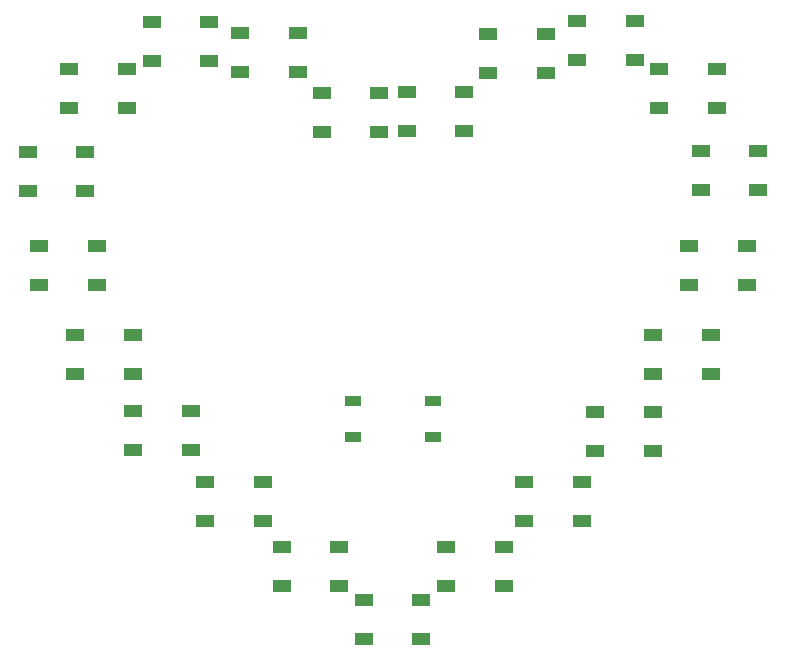
<source format=gbr>
%TF.GenerationSoftware,KiCad,Pcbnew,9.0.5*%
%TF.CreationDate,2025-11-15T18:52:14+05:30*%
%TF.ProjectId,HeartPCB_KiCad,48656172-7450-4434-925f-4b694361642e,rev?*%
%TF.SameCoordinates,Original*%
%TF.FileFunction,Paste,Top*%
%TF.FilePolarity,Positive*%
%FSLAX46Y46*%
G04 Gerber Fmt 4.6, Leading zero omitted, Abs format (unit mm)*
G04 Created by KiCad (PCBNEW 9.0.5) date 2025-11-15 18:52:14*
%MOMM*%
%LPD*%
G01*
G04 APERTURE LIST*
%ADD10R,1.500000X1.000000*%
%ADD11R,1.400000X0.900000*%
G04 APERTURE END LIST*
D10*
%TO.C,LED16*%
X172925000Y-77400000D03*
X172925000Y-80700000D03*
X177825000Y-80700000D03*
X177825000Y-77400000D03*
%TD*%
%TO.C,LED2*%
X134950000Y-59400000D03*
X134950000Y-62700000D03*
X139850000Y-62700000D03*
X139850000Y-59400000D03*
%TD*%
%TO.C,LED17*%
X173925000Y-69375000D03*
X173925000Y-72675000D03*
X178825000Y-72675000D03*
X178825000Y-69375000D03*
%TD*%
%TO.C,LED19*%
X163450000Y-58375000D03*
X163450000Y-61675000D03*
X168350000Y-61675000D03*
X168350000Y-58375000D03*
%TD*%
%TO.C,LED11*%
X145400000Y-107400000D03*
X145400000Y-110700000D03*
X150300000Y-110700000D03*
X150300000Y-107400000D03*
%TD*%
%TO.C,LED7*%
X120950000Y-84900000D03*
X120950000Y-88200000D03*
X125850000Y-88200000D03*
X125850000Y-84900000D03*
%TD*%
%TO.C,LED15*%
X169925000Y-84925000D03*
X169925000Y-88225000D03*
X174825000Y-88225000D03*
X174825000Y-84925000D03*
%TD*%
%TO.C,LED1*%
X141843220Y-64412398D03*
X141843220Y-67712398D03*
X146743220Y-67712398D03*
X146743220Y-64412398D03*
%TD*%
%TO.C,LED21*%
X149041319Y-64374413D03*
X149041319Y-67674413D03*
X153941319Y-67674413D03*
X153941319Y-64374413D03*
%TD*%
%TO.C,LED6*%
X117950000Y-77400000D03*
X117950000Y-80700000D03*
X122850000Y-80700000D03*
X122850000Y-77400000D03*
%TD*%
%TO.C,LED5*%
X116950000Y-69400000D03*
X116950000Y-72700000D03*
X121850000Y-72700000D03*
X121850000Y-69400000D03*
%TD*%
%TO.C,LED14*%
X164975000Y-91425000D03*
X164975000Y-94725000D03*
X169875000Y-94725000D03*
X169875000Y-91425000D03*
%TD*%
%TO.C,LED4*%
X120450000Y-62400000D03*
X120450000Y-65700000D03*
X125350000Y-65700000D03*
X125350000Y-62400000D03*
%TD*%
%TO.C,LED8*%
X125900000Y-91400000D03*
X125900000Y-94700000D03*
X130800000Y-94700000D03*
X130800000Y-91400000D03*
%TD*%
%TO.C,LED12*%
X152400000Y-102850000D03*
X152400000Y-106150000D03*
X157300000Y-106150000D03*
X157300000Y-102850000D03*
%TD*%
%TO.C,LED13*%
X158950000Y-97400000D03*
X158950000Y-100700000D03*
X163850000Y-100700000D03*
X163850000Y-97400000D03*
%TD*%
%TO.C,LED20*%
X155950000Y-59425000D03*
X155950000Y-62725000D03*
X160850000Y-62725000D03*
X160850000Y-59425000D03*
%TD*%
%TO.C,LED10*%
X138450000Y-102900000D03*
X138450000Y-106200000D03*
X143350000Y-106200000D03*
X143350000Y-102900000D03*
%TD*%
%TO.C,LED9*%
X131950000Y-97400000D03*
X131950000Y-100700000D03*
X136850000Y-100700000D03*
X136850000Y-97400000D03*
%TD*%
%TO.C,LED3*%
X127450000Y-58400000D03*
X127450000Y-61700000D03*
X132350000Y-61700000D03*
X132350000Y-58400000D03*
%TD*%
%TO.C,LED18*%
X175350000Y-65725000D03*
X175350000Y-62425000D03*
X170450000Y-62425000D03*
X170450000Y-65725000D03*
%TD*%
D11*
%TO.C,Press Me*%
X151300000Y-93550000D03*
X144500000Y-93550000D03*
X151300000Y-90550000D03*
X144500000Y-90550000D03*
%TD*%
M02*

</source>
